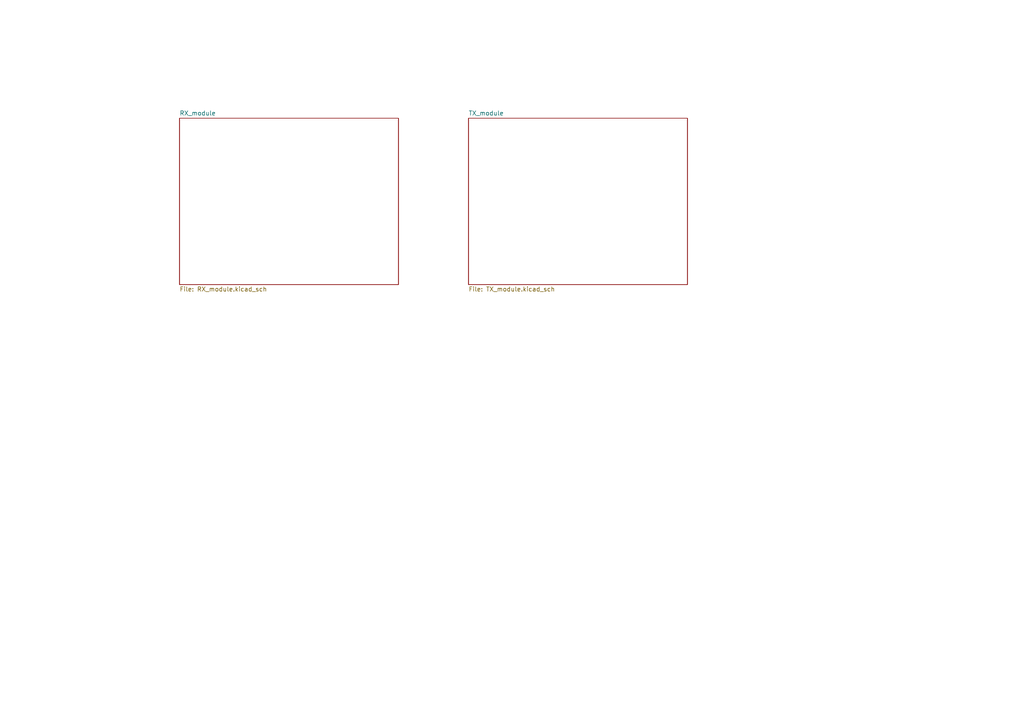
<source format=kicad_sch>
(kicad_sch
	(version 20250114)
	(generator "eeschema")
	(generator_version "9.0")
	(uuid "271bf7de-d7e3-4005-aae9-764829dfc76c")
	(paper "A4")
	(lib_symbols)
	(sheet
		(at 135.89 34.29)
		(size 63.5 48.26)
		(exclude_from_sim no)
		(in_bom yes)
		(on_board yes)
		(dnp no)
		(fields_autoplaced yes)
		(stroke
			(width 0.1524)
			(type solid)
		)
		(fill
			(color 0 0 0 0.0000)
		)
		(uuid "3ad789be-31fe-48dc-b262-8c72b4039f89")
		(property "Sheetname" "TX_module"
			(at 135.89 33.5784 0)
			(effects
				(font
					(size 1.27 1.27)
				)
				(justify left bottom)
			)
		)
		(property "Sheetfile" "TX_module.kicad_sch"
			(at 135.89 83.1346 0)
			(effects
				(font
					(size 1.27 1.27)
				)
				(justify left top)
			)
		)
		(instances
			(project "Station_PCB"
				(path "/271bf7de-d7e3-4005-aae9-764829dfc76c"
					(page "3")
				)
			)
		)
	)
	(sheet
		(at 52.07 34.29)
		(size 63.5 48.26)
		(exclude_from_sim no)
		(in_bom yes)
		(on_board yes)
		(dnp no)
		(fields_autoplaced yes)
		(stroke
			(width 0.1524)
			(type solid)
		)
		(fill
			(color 0 0 0 0.0000)
		)
		(uuid "8b835ca2-905a-47fd-82b3-c74d635c572b")
		(property "Sheetname" "RX_module"
			(at 52.07 33.5784 0)
			(effects
				(font
					(size 1.27 1.27)
				)
				(justify left bottom)
			)
		)
		(property "Sheetfile" "RX_module.kicad_sch"
			(at 52.07 83.1346 0)
			(effects
				(font
					(size 1.27 1.27)
				)
				(justify left top)
			)
		)
		(instances
			(project "Station_PCB"
				(path "/271bf7de-d7e3-4005-aae9-764829dfc76c"
					(page "2")
				)
			)
		)
	)
	(sheet_instances
		(path "/"
			(page "1")
		)
	)
	(embedded_fonts no)
)

</source>
